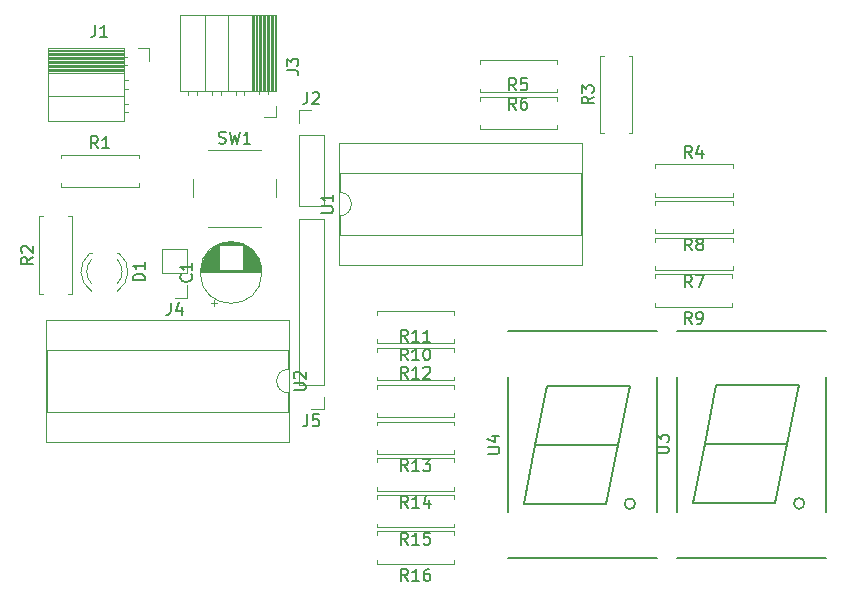
<source format=gbr>
G04 #@! TF.GenerationSoftware,KiCad,Pcbnew,(5.1.2)-1*
G04 #@! TF.CreationDate,2019-07-05T22:38:24-05:00*
G04 #@! TF.ProjectId,Proyecto,50726f79-6563-4746-9f2e-6b696361645f,rev?*
G04 #@! TF.SameCoordinates,Original*
G04 #@! TF.FileFunction,Legend,Top*
G04 #@! TF.FilePolarity,Positive*
%FSLAX46Y46*%
G04 Gerber Fmt 4.6, Leading zero omitted, Abs format (unit mm)*
G04 Created by KiCad (PCBNEW (5.1.2)-1) date 2019-07-05 22:38:24*
%MOMM*%
%LPD*%
G04 APERTURE LIST*
%ADD10C,0.120000*%
%ADD11C,0.150000*%
G04 APERTURE END LIST*
D10*
X127412300Y-65468500D02*
X127412300Y-66403500D01*
X127412300Y-66403500D02*
X126352300Y-66403500D01*
X127412300Y-57788500D02*
X119292300Y-57788500D01*
X119292300Y-57788500D02*
X119292300Y-64258500D01*
X127412300Y-64258500D02*
X119292300Y-64258500D01*
X127412300Y-57788500D02*
X127412300Y-64258500D01*
X121352300Y-57788500D02*
X121352300Y-64258500D01*
X123352300Y-57788500D02*
X123352300Y-64258500D01*
X125352300Y-57788500D02*
X125352300Y-64258500D01*
X119992300Y-64258500D02*
X119992300Y-64605583D01*
X120712300Y-64258500D02*
X120712300Y-64605583D01*
X121992300Y-64258500D02*
X121992300Y-64605583D01*
X122712300Y-64258500D02*
X122712300Y-64605583D01*
X123992300Y-64258500D02*
X123992300Y-64605583D01*
X124712300Y-64258500D02*
X124712300Y-64605583D01*
X125992300Y-64258500D02*
X125992300Y-64533500D01*
X126712300Y-64258500D02*
X126712300Y-64533500D01*
X125466412Y-57788500D02*
X125466412Y-64258500D01*
X125580530Y-57788500D02*
X125580530Y-64258500D01*
X125694648Y-57788500D02*
X125694648Y-64258500D01*
X125808766Y-57788500D02*
X125808766Y-64258500D01*
X125922884Y-57788500D02*
X125922884Y-64258500D01*
X126037002Y-57788500D02*
X126037002Y-64258500D01*
X126151120Y-57788500D02*
X126151120Y-64258500D01*
X126265238Y-57788500D02*
X126265238Y-64258500D01*
X126379356Y-57788500D02*
X126379356Y-64258500D01*
X126493474Y-57788500D02*
X126493474Y-64258500D01*
X126607592Y-57788500D02*
X126607592Y-64258500D01*
X126721710Y-57788500D02*
X126721710Y-64258500D01*
X126835828Y-57788500D02*
X126835828Y-64258500D01*
X126949946Y-57788500D02*
X126949946Y-64258500D01*
X127064064Y-57788500D02*
X127064064Y-64258500D01*
X127178182Y-57788500D02*
X127178182Y-64258500D01*
X127292300Y-57788500D02*
X127292300Y-64258500D01*
D11*
X157812414Y-99183200D02*
G75*
G03X157812414Y-99183200I-447214J0D01*
G01*
X147065200Y-84583200D02*
X159665200Y-84583200D01*
X159665200Y-88483200D02*
X159665200Y-99883200D01*
X147065200Y-88483200D02*
X147065200Y-99883200D01*
X159665200Y-103783200D02*
X147065200Y-103783200D01*
X150365200Y-89183200D02*
X157365200Y-89183200D01*
X156365200Y-94183200D02*
X149365200Y-94183200D01*
X157365200Y-89183200D02*
X156365200Y-94183200D01*
X155365200Y-99183200D02*
X156365200Y-94183200D01*
X148365200Y-99183200D02*
X155365200Y-99183200D01*
X149365200Y-94183200D02*
X148365200Y-99183200D01*
X150365200Y-89183200D02*
X149365200Y-94183200D01*
X164690800Y-89157800D02*
X163690800Y-94157800D01*
X163690800Y-94157800D02*
X162690800Y-99157800D01*
X162690800Y-99157800D02*
X169690800Y-99157800D01*
X169690800Y-99157800D02*
X170690800Y-94157800D01*
X171690800Y-89157800D02*
X170690800Y-94157800D01*
X170690800Y-94157800D02*
X163690800Y-94157800D01*
X164690800Y-89157800D02*
X171690800Y-89157800D01*
X173990800Y-103757800D02*
X161390800Y-103757800D01*
X161390800Y-88457800D02*
X161390800Y-99857800D01*
X173990800Y-88457800D02*
X173990800Y-99857800D01*
X161390800Y-84557800D02*
X173990800Y-84557800D01*
X172138014Y-99157800D02*
G75*
G03X172138014Y-99157800I-447214J0D01*
G01*
D10*
X128457000Y-89798400D02*
G75*
G02X128457000Y-87798400I0J1000000D01*
G01*
X128457000Y-87798400D02*
X128457000Y-86148400D01*
X128457000Y-86148400D02*
X108017000Y-86148400D01*
X108017000Y-86148400D02*
X108017000Y-91448400D01*
X108017000Y-91448400D02*
X128457000Y-91448400D01*
X128457000Y-91448400D02*
X128457000Y-89798400D01*
X128517000Y-83658400D02*
X107957000Y-83658400D01*
X107957000Y-83658400D02*
X107957000Y-93938400D01*
X107957000Y-93938400D02*
X128517000Y-93938400D01*
X128517000Y-93938400D02*
X128517000Y-83658400D01*
X142487400Y-100862000D02*
X142487400Y-101192000D01*
X142487400Y-101192000D02*
X135947400Y-101192000D01*
X135947400Y-101192000D02*
X135947400Y-100862000D01*
X142487400Y-98782000D02*
X142487400Y-98452000D01*
X142487400Y-98452000D02*
X135947400Y-98452000D01*
X135947400Y-98452000D02*
X135947400Y-98782000D01*
X132782000Y-72812400D02*
G75*
G02X132782000Y-74812400I0J-1000000D01*
G01*
X132782000Y-74812400D02*
X132782000Y-76462400D01*
X132782000Y-76462400D02*
X153222000Y-76462400D01*
X153222000Y-76462400D02*
X153222000Y-71162400D01*
X153222000Y-71162400D02*
X132782000Y-71162400D01*
X132782000Y-71162400D02*
X132782000Y-72812400D01*
X132722000Y-78952400D02*
X153282000Y-78952400D01*
X153282000Y-78952400D02*
X153282000Y-68672400D01*
X153282000Y-68672400D02*
X132722000Y-68672400D01*
X132722000Y-68672400D02*
X132722000Y-78952400D01*
X121652400Y-75731000D02*
X126152400Y-75731000D01*
X120402400Y-71731000D02*
X120402400Y-73231000D01*
X126152400Y-69231000D02*
X121652400Y-69231000D01*
X127402400Y-73231000D02*
X127402400Y-71731000D01*
X142487400Y-103935400D02*
X142487400Y-104265400D01*
X142487400Y-104265400D02*
X135947400Y-104265400D01*
X135947400Y-104265400D02*
X135947400Y-103935400D01*
X142487400Y-101855400D02*
X142487400Y-101525400D01*
X142487400Y-101525400D02*
X135947400Y-101525400D01*
X135947400Y-101525400D02*
X135947400Y-101855400D01*
X142487400Y-97737800D02*
X142487400Y-98067800D01*
X142487400Y-98067800D02*
X135947400Y-98067800D01*
X135947400Y-98067800D02*
X135947400Y-97737800D01*
X142487400Y-95657800D02*
X142487400Y-95327800D01*
X142487400Y-95327800D02*
X135947400Y-95327800D01*
X135947400Y-95327800D02*
X135947400Y-95657800D01*
X142487400Y-94639000D02*
X142487400Y-94969000D01*
X142487400Y-94969000D02*
X135947400Y-94969000D01*
X135947400Y-94969000D02*
X135947400Y-94639000D01*
X142487400Y-92559000D02*
X142487400Y-92229000D01*
X142487400Y-92229000D02*
X135947400Y-92229000D01*
X135947400Y-92229000D02*
X135947400Y-92559000D01*
X135922000Y-89460200D02*
X135922000Y-89130200D01*
X135922000Y-89130200D02*
X142462000Y-89130200D01*
X142462000Y-89130200D02*
X142462000Y-89460200D01*
X135922000Y-91540200D02*
X135922000Y-91870200D01*
X135922000Y-91870200D02*
X142462000Y-91870200D01*
X142462000Y-91870200D02*
X142462000Y-91540200D01*
X135922000Y-86336000D02*
X135922000Y-86006000D01*
X135922000Y-86006000D02*
X142462000Y-86006000D01*
X142462000Y-86006000D02*
X142462000Y-86336000D01*
X135922000Y-88416000D02*
X135922000Y-88746000D01*
X135922000Y-88746000D02*
X142462000Y-88746000D01*
X142462000Y-88746000D02*
X142462000Y-88416000D01*
X142462000Y-85266400D02*
X142462000Y-85596400D01*
X142462000Y-85596400D02*
X135922000Y-85596400D01*
X135922000Y-85596400D02*
X135922000Y-85266400D01*
X142462000Y-83186400D02*
X142462000Y-82856400D01*
X142462000Y-82856400D02*
X135922000Y-82856400D01*
X135922000Y-82856400D02*
X135922000Y-83186400D01*
X166033200Y-82167600D02*
X166033200Y-82497600D01*
X166033200Y-82497600D02*
X159493200Y-82497600D01*
X159493200Y-82497600D02*
X159493200Y-82167600D01*
X166033200Y-80087600D02*
X166033200Y-79757600D01*
X166033200Y-79757600D02*
X159493200Y-79757600D01*
X159493200Y-79757600D02*
X159493200Y-80087600D01*
X166058600Y-75944600D02*
X166058600Y-76274600D01*
X166058600Y-76274600D02*
X159518600Y-76274600D01*
X159518600Y-76274600D02*
X159518600Y-75944600D01*
X166058600Y-73864600D02*
X166058600Y-73534600D01*
X166058600Y-73534600D02*
X159518600Y-73534600D01*
X159518600Y-73534600D02*
X159518600Y-73864600D01*
X166058600Y-79068800D02*
X166058600Y-79398800D01*
X166058600Y-79398800D02*
X159518600Y-79398800D01*
X159518600Y-79398800D02*
X159518600Y-79068800D01*
X166058600Y-76988800D02*
X166058600Y-76658800D01*
X166058600Y-76658800D02*
X159518600Y-76658800D01*
X159518600Y-76658800D02*
X159518600Y-76988800D01*
X151174200Y-64032000D02*
X151174200Y-64362000D01*
X151174200Y-64362000D02*
X144634200Y-64362000D01*
X144634200Y-64362000D02*
X144634200Y-64032000D01*
X151174200Y-61952000D02*
X151174200Y-61622000D01*
X151174200Y-61622000D02*
X144634200Y-61622000D01*
X144634200Y-61622000D02*
X144634200Y-61952000D01*
X144634200Y-65050800D02*
X144634200Y-64720800D01*
X144634200Y-64720800D02*
X151174200Y-64720800D01*
X151174200Y-64720800D02*
X151174200Y-65050800D01*
X144634200Y-67130800D02*
X144634200Y-67460800D01*
X144634200Y-67460800D02*
X151174200Y-67460800D01*
X151174200Y-67460800D02*
X151174200Y-67130800D01*
X159518600Y-70765800D02*
X159518600Y-70435800D01*
X159518600Y-70435800D02*
X166058600Y-70435800D01*
X166058600Y-70435800D02*
X166058600Y-70765800D01*
X159518600Y-72845800D02*
X159518600Y-73175800D01*
X159518600Y-73175800D02*
X166058600Y-73175800D01*
X166058600Y-73175800D02*
X166058600Y-72845800D01*
X155170000Y-67811400D02*
X154840000Y-67811400D01*
X154840000Y-67811400D02*
X154840000Y-61271400D01*
X154840000Y-61271400D02*
X155170000Y-61271400D01*
X157250000Y-67811400D02*
X157580000Y-67811400D01*
X157580000Y-67811400D02*
X157580000Y-61271400D01*
X157580000Y-61271400D02*
X157250000Y-61271400D01*
X107697400Y-81400400D02*
X107367400Y-81400400D01*
X107367400Y-81400400D02*
X107367400Y-74860400D01*
X107367400Y-74860400D02*
X107697400Y-74860400D01*
X109777400Y-81400400D02*
X110107400Y-81400400D01*
X110107400Y-81400400D02*
X110107400Y-74860400D01*
X110107400Y-74860400D02*
X109777400Y-74860400D01*
X109226600Y-69953000D02*
X109226600Y-69623000D01*
X109226600Y-69623000D02*
X115766600Y-69623000D01*
X115766600Y-69623000D02*
X115766600Y-69953000D01*
X109226600Y-72033000D02*
X109226600Y-72363000D01*
X109226600Y-72363000D02*
X115766600Y-72363000D01*
X115766600Y-72363000D02*
X115766600Y-72033000D01*
X131463600Y-75051600D02*
X129343600Y-75051600D01*
X131463600Y-89111600D02*
X131463600Y-75051600D01*
X129343600Y-89111600D02*
X129343600Y-75051600D01*
X131463600Y-89111600D02*
X129343600Y-89111600D01*
X131463600Y-90111600D02*
X131463600Y-91171600D01*
X131463600Y-91171600D02*
X130403600Y-91171600D01*
X119906600Y-77603800D02*
X117786600Y-77603800D01*
X119906600Y-79663800D02*
X119906600Y-77603800D01*
X117786600Y-79663800D02*
X117786600Y-77603800D01*
X119906600Y-79663800D02*
X117786600Y-79663800D01*
X119906600Y-80663800D02*
X119906600Y-81723800D01*
X119906600Y-81723800D02*
X118846600Y-81723800D01*
X129343600Y-73989000D02*
X131463600Y-73989000D01*
X129343600Y-67929000D02*
X129343600Y-73989000D01*
X131463600Y-67929000D02*
X131463600Y-73989000D01*
X129343600Y-67929000D02*
X131463600Y-67929000D01*
X129343600Y-66929000D02*
X129343600Y-65869000D01*
X129343600Y-65869000D02*
X130403600Y-65869000D01*
X108067800Y-60756600D02*
X114537800Y-60756600D01*
X108067800Y-60870718D02*
X114537800Y-60870718D01*
X108067800Y-60984836D02*
X114537800Y-60984836D01*
X108067800Y-61098954D02*
X114537800Y-61098954D01*
X108067800Y-61213072D02*
X114537800Y-61213072D01*
X108067800Y-61327190D02*
X114537800Y-61327190D01*
X108067800Y-61441308D02*
X114537800Y-61441308D01*
X108067800Y-61555426D02*
X114537800Y-61555426D01*
X108067800Y-61669544D02*
X114537800Y-61669544D01*
X108067800Y-61783662D02*
X114537800Y-61783662D01*
X108067800Y-61897780D02*
X114537800Y-61897780D01*
X108067800Y-62011898D02*
X114537800Y-62011898D01*
X108067800Y-62126016D02*
X114537800Y-62126016D01*
X108067800Y-62240134D02*
X114537800Y-62240134D01*
X108067800Y-62354252D02*
X114537800Y-62354252D01*
X108067800Y-62468370D02*
X114537800Y-62468370D01*
X108067800Y-62582488D02*
X114537800Y-62582488D01*
X114537800Y-61336600D02*
X114812800Y-61336600D01*
X114537800Y-62056600D02*
X114812800Y-62056600D01*
X114537800Y-63336600D02*
X114884883Y-63336600D01*
X114537800Y-64056600D02*
X114884883Y-64056600D01*
X114537800Y-65336600D02*
X114884883Y-65336600D01*
X114537800Y-66056600D02*
X114884883Y-66056600D01*
X108067800Y-62696600D02*
X114537800Y-62696600D01*
X108067800Y-64696600D02*
X114537800Y-64696600D01*
X108067800Y-60636600D02*
X114537800Y-60636600D01*
X114537800Y-60636600D02*
X114537800Y-66756600D01*
X108067800Y-66756600D02*
X114537800Y-66756600D01*
X108067800Y-60636600D02*
X108067800Y-66756600D01*
X116682800Y-60636600D02*
X116682800Y-61696600D01*
X115747800Y-60636600D02*
X116682800Y-60636600D01*
X113956208Y-81199735D02*
G75*
G03X114113116Y-77967400I-1078608J1672335D01*
G01*
X111798992Y-81199735D02*
G75*
G02X111642084Y-77967400I1078608J1672335D01*
G01*
X113957437Y-80568530D02*
G75*
G03X113957600Y-78486439I-1079837J1041130D01*
G01*
X111797763Y-80568530D02*
G75*
G02X111797600Y-78486439I1079837J1041130D01*
G01*
X114113600Y-77967400D02*
X113957600Y-77967400D01*
X111797600Y-77967400D02*
X111641600Y-77967400D01*
X126216400Y-79598200D02*
G75*
G03X126216400Y-79598200I-2620000J0D01*
G01*
X121016400Y-79598200D02*
X126176400Y-79598200D01*
X121016400Y-79558200D02*
X126176400Y-79558200D01*
X121017400Y-79518200D02*
X126175400Y-79518200D01*
X121018400Y-79478200D02*
X126174400Y-79478200D01*
X121020400Y-79438200D02*
X126172400Y-79438200D01*
X121023400Y-79398200D02*
X126169400Y-79398200D01*
X121027400Y-79358200D02*
X122556400Y-79358200D01*
X124636400Y-79358200D02*
X126165400Y-79358200D01*
X121031400Y-79318200D02*
X122556400Y-79318200D01*
X124636400Y-79318200D02*
X126161400Y-79318200D01*
X121035400Y-79278200D02*
X122556400Y-79278200D01*
X124636400Y-79278200D02*
X126157400Y-79278200D01*
X121040400Y-79238200D02*
X122556400Y-79238200D01*
X124636400Y-79238200D02*
X126152400Y-79238200D01*
X121046400Y-79198200D02*
X122556400Y-79198200D01*
X124636400Y-79198200D02*
X126146400Y-79198200D01*
X121053400Y-79158200D02*
X122556400Y-79158200D01*
X124636400Y-79158200D02*
X126139400Y-79158200D01*
X121060400Y-79118200D02*
X122556400Y-79118200D01*
X124636400Y-79118200D02*
X126132400Y-79118200D01*
X121068400Y-79078200D02*
X122556400Y-79078200D01*
X124636400Y-79078200D02*
X126124400Y-79078200D01*
X121076400Y-79038200D02*
X122556400Y-79038200D01*
X124636400Y-79038200D02*
X126116400Y-79038200D01*
X121085400Y-78998200D02*
X122556400Y-78998200D01*
X124636400Y-78998200D02*
X126107400Y-78998200D01*
X121095400Y-78958200D02*
X122556400Y-78958200D01*
X124636400Y-78958200D02*
X126097400Y-78958200D01*
X121105400Y-78918200D02*
X122556400Y-78918200D01*
X124636400Y-78918200D02*
X126087400Y-78918200D01*
X121116400Y-78877200D02*
X122556400Y-78877200D01*
X124636400Y-78877200D02*
X126076400Y-78877200D01*
X121128400Y-78837200D02*
X122556400Y-78837200D01*
X124636400Y-78837200D02*
X126064400Y-78837200D01*
X121141400Y-78797200D02*
X122556400Y-78797200D01*
X124636400Y-78797200D02*
X126051400Y-78797200D01*
X121154400Y-78757200D02*
X122556400Y-78757200D01*
X124636400Y-78757200D02*
X126038400Y-78757200D01*
X121168400Y-78717200D02*
X122556400Y-78717200D01*
X124636400Y-78717200D02*
X126024400Y-78717200D01*
X121182400Y-78677200D02*
X122556400Y-78677200D01*
X124636400Y-78677200D02*
X126010400Y-78677200D01*
X121198400Y-78637200D02*
X122556400Y-78637200D01*
X124636400Y-78637200D02*
X125994400Y-78637200D01*
X121214400Y-78597200D02*
X122556400Y-78597200D01*
X124636400Y-78597200D02*
X125978400Y-78597200D01*
X121231400Y-78557200D02*
X122556400Y-78557200D01*
X124636400Y-78557200D02*
X125961400Y-78557200D01*
X121248400Y-78517200D02*
X122556400Y-78517200D01*
X124636400Y-78517200D02*
X125944400Y-78517200D01*
X121267400Y-78477200D02*
X122556400Y-78477200D01*
X124636400Y-78477200D02*
X125925400Y-78477200D01*
X121286400Y-78437200D02*
X122556400Y-78437200D01*
X124636400Y-78437200D02*
X125906400Y-78437200D01*
X121306400Y-78397200D02*
X122556400Y-78397200D01*
X124636400Y-78397200D02*
X125886400Y-78397200D01*
X121328400Y-78357200D02*
X122556400Y-78357200D01*
X124636400Y-78357200D02*
X125864400Y-78357200D01*
X121349400Y-78317200D02*
X122556400Y-78317200D01*
X124636400Y-78317200D02*
X125843400Y-78317200D01*
X121372400Y-78277200D02*
X122556400Y-78277200D01*
X124636400Y-78277200D02*
X125820400Y-78277200D01*
X121396400Y-78237200D02*
X122556400Y-78237200D01*
X124636400Y-78237200D02*
X125796400Y-78237200D01*
X121421400Y-78197200D02*
X122556400Y-78197200D01*
X124636400Y-78197200D02*
X125771400Y-78197200D01*
X121447400Y-78157200D02*
X122556400Y-78157200D01*
X124636400Y-78157200D02*
X125745400Y-78157200D01*
X121474400Y-78117200D02*
X122556400Y-78117200D01*
X124636400Y-78117200D02*
X125718400Y-78117200D01*
X121501400Y-78077200D02*
X122556400Y-78077200D01*
X124636400Y-78077200D02*
X125691400Y-78077200D01*
X121531400Y-78037200D02*
X122556400Y-78037200D01*
X124636400Y-78037200D02*
X125661400Y-78037200D01*
X121561400Y-77997200D02*
X122556400Y-77997200D01*
X124636400Y-77997200D02*
X125631400Y-77997200D01*
X121592400Y-77957200D02*
X122556400Y-77957200D01*
X124636400Y-77957200D02*
X125600400Y-77957200D01*
X121625400Y-77917200D02*
X122556400Y-77917200D01*
X124636400Y-77917200D02*
X125567400Y-77917200D01*
X121659400Y-77877200D02*
X122556400Y-77877200D01*
X124636400Y-77877200D02*
X125533400Y-77877200D01*
X121695400Y-77837200D02*
X122556400Y-77837200D01*
X124636400Y-77837200D02*
X125497400Y-77837200D01*
X121732400Y-77797200D02*
X122556400Y-77797200D01*
X124636400Y-77797200D02*
X125460400Y-77797200D01*
X121770400Y-77757200D02*
X122556400Y-77757200D01*
X124636400Y-77757200D02*
X125422400Y-77757200D01*
X121811400Y-77717200D02*
X122556400Y-77717200D01*
X124636400Y-77717200D02*
X125381400Y-77717200D01*
X121853400Y-77677200D02*
X122556400Y-77677200D01*
X124636400Y-77677200D02*
X125339400Y-77677200D01*
X121897400Y-77637200D02*
X122556400Y-77637200D01*
X124636400Y-77637200D02*
X125295400Y-77637200D01*
X121943400Y-77597200D02*
X122556400Y-77597200D01*
X124636400Y-77597200D02*
X125249400Y-77597200D01*
X121991400Y-77557200D02*
X122556400Y-77557200D01*
X124636400Y-77557200D02*
X125201400Y-77557200D01*
X122042400Y-77517200D02*
X122556400Y-77517200D01*
X124636400Y-77517200D02*
X125150400Y-77517200D01*
X122096400Y-77477200D02*
X122556400Y-77477200D01*
X124636400Y-77477200D02*
X125096400Y-77477200D01*
X122153400Y-77437200D02*
X122556400Y-77437200D01*
X124636400Y-77437200D02*
X125039400Y-77437200D01*
X122213400Y-77397200D02*
X122556400Y-77397200D01*
X124636400Y-77397200D02*
X124979400Y-77397200D01*
X122277400Y-77357200D02*
X122556400Y-77357200D01*
X124636400Y-77357200D02*
X124915400Y-77357200D01*
X122345400Y-77317200D02*
X122556400Y-77317200D01*
X124636400Y-77317200D02*
X124847400Y-77317200D01*
X122418400Y-77277200D02*
X124774400Y-77277200D01*
X122498400Y-77237200D02*
X124694400Y-77237200D01*
X122585400Y-77197200D02*
X124607400Y-77197200D01*
X122681400Y-77157200D02*
X124511400Y-77157200D01*
X122791400Y-77117200D02*
X124401400Y-77117200D01*
X122919400Y-77077200D02*
X124273400Y-77077200D01*
X123078400Y-77037200D02*
X124114400Y-77037200D01*
X123312400Y-76997200D02*
X123880400Y-76997200D01*
X122121400Y-82402975D02*
X122121400Y-81902975D01*
X121871400Y-82152975D02*
X122371400Y-82152975D01*
D11*
X128304680Y-62491833D02*
X129018966Y-62491833D01*
X129161823Y-62539452D01*
X129257061Y-62634690D01*
X129304680Y-62777547D01*
X129304680Y-62872785D01*
X128304680Y-62110880D02*
X128304680Y-61491833D01*
X128685633Y-61825166D01*
X128685633Y-61682309D01*
X128733252Y-61587071D01*
X128780871Y-61539452D01*
X128876109Y-61491833D01*
X129114204Y-61491833D01*
X129209442Y-61539452D01*
X129257061Y-61587071D01*
X129304680Y-61682309D01*
X129304680Y-61968023D01*
X129257061Y-62063261D01*
X129209442Y-62110880D01*
X145317580Y-94945104D02*
X146127104Y-94945104D01*
X146222342Y-94897485D01*
X146269961Y-94849866D01*
X146317580Y-94754628D01*
X146317580Y-94564152D01*
X146269961Y-94468914D01*
X146222342Y-94421295D01*
X146127104Y-94373676D01*
X145317580Y-94373676D01*
X145650914Y-93468914D02*
X146317580Y-93468914D01*
X145269961Y-93707009D02*
X145984247Y-93945104D01*
X145984247Y-93326057D01*
X159643180Y-94919704D02*
X160452704Y-94919704D01*
X160547942Y-94872085D01*
X160595561Y-94824466D01*
X160643180Y-94729228D01*
X160643180Y-94538752D01*
X160595561Y-94443514D01*
X160547942Y-94395895D01*
X160452704Y-94348276D01*
X159643180Y-94348276D01*
X159643180Y-93967323D02*
X159643180Y-93348276D01*
X160024133Y-93681609D01*
X160024133Y-93538752D01*
X160071752Y-93443514D01*
X160119371Y-93395895D01*
X160214609Y-93348276D01*
X160452704Y-93348276D01*
X160547942Y-93395895D01*
X160595561Y-93443514D01*
X160643180Y-93538752D01*
X160643180Y-93824466D01*
X160595561Y-93919704D01*
X160547942Y-93967323D01*
X128909380Y-89560304D02*
X129718904Y-89560304D01*
X129814142Y-89512685D01*
X129861761Y-89465066D01*
X129909380Y-89369828D01*
X129909380Y-89179352D01*
X129861761Y-89084114D01*
X129814142Y-89036495D01*
X129718904Y-88988876D01*
X128909380Y-88988876D01*
X129004619Y-88560304D02*
X128957000Y-88512685D01*
X128909380Y-88417447D01*
X128909380Y-88179352D01*
X128957000Y-88084114D01*
X129004619Y-88036495D01*
X129099857Y-87988876D01*
X129195095Y-87988876D01*
X129337952Y-88036495D01*
X129909380Y-88607923D01*
X129909380Y-87988876D01*
X138574542Y-102644380D02*
X138241209Y-102168190D01*
X138003114Y-102644380D02*
X138003114Y-101644380D01*
X138384066Y-101644380D01*
X138479304Y-101692000D01*
X138526923Y-101739619D01*
X138574542Y-101834857D01*
X138574542Y-101977714D01*
X138526923Y-102072952D01*
X138479304Y-102120571D01*
X138384066Y-102168190D01*
X138003114Y-102168190D01*
X139526923Y-102644380D02*
X138955495Y-102644380D01*
X139241209Y-102644380D02*
X139241209Y-101644380D01*
X139145971Y-101787238D01*
X139050733Y-101882476D01*
X138955495Y-101930095D01*
X140431685Y-101644380D02*
X139955495Y-101644380D01*
X139907876Y-102120571D01*
X139955495Y-102072952D01*
X140050733Y-102025333D01*
X140288828Y-102025333D01*
X140384066Y-102072952D01*
X140431685Y-102120571D01*
X140479304Y-102215809D01*
X140479304Y-102453904D01*
X140431685Y-102549142D01*
X140384066Y-102596761D01*
X140288828Y-102644380D01*
X140050733Y-102644380D01*
X139955495Y-102596761D01*
X139907876Y-102549142D01*
X131234380Y-74574304D02*
X132043904Y-74574304D01*
X132139142Y-74526685D01*
X132186761Y-74479066D01*
X132234380Y-74383828D01*
X132234380Y-74193352D01*
X132186761Y-74098114D01*
X132139142Y-74050495D01*
X132043904Y-74002876D01*
X131234380Y-74002876D01*
X132234380Y-73002876D02*
X132234380Y-73574304D01*
X132234380Y-73288590D02*
X131234380Y-73288590D01*
X131377238Y-73383828D01*
X131472476Y-73479066D01*
X131520095Y-73574304D01*
X122569066Y-68635761D02*
X122711923Y-68683380D01*
X122950019Y-68683380D01*
X123045257Y-68635761D01*
X123092876Y-68588142D01*
X123140495Y-68492904D01*
X123140495Y-68397666D01*
X123092876Y-68302428D01*
X123045257Y-68254809D01*
X122950019Y-68207190D01*
X122759542Y-68159571D01*
X122664304Y-68111952D01*
X122616685Y-68064333D01*
X122569066Y-67969095D01*
X122569066Y-67873857D01*
X122616685Y-67778619D01*
X122664304Y-67731000D01*
X122759542Y-67683380D01*
X122997638Y-67683380D01*
X123140495Y-67731000D01*
X123473828Y-67683380D02*
X123711923Y-68683380D01*
X123902400Y-67969095D01*
X124092876Y-68683380D01*
X124330971Y-67683380D01*
X125235733Y-68683380D02*
X124664304Y-68683380D01*
X124950019Y-68683380D02*
X124950019Y-67683380D01*
X124854780Y-67826238D01*
X124759542Y-67921476D01*
X124664304Y-67969095D01*
X138574542Y-105717780D02*
X138241209Y-105241590D01*
X138003114Y-105717780D02*
X138003114Y-104717780D01*
X138384066Y-104717780D01*
X138479304Y-104765400D01*
X138526923Y-104813019D01*
X138574542Y-104908257D01*
X138574542Y-105051114D01*
X138526923Y-105146352D01*
X138479304Y-105193971D01*
X138384066Y-105241590D01*
X138003114Y-105241590D01*
X139526923Y-105717780D02*
X138955495Y-105717780D01*
X139241209Y-105717780D02*
X139241209Y-104717780D01*
X139145971Y-104860638D01*
X139050733Y-104955876D01*
X138955495Y-105003495D01*
X140384066Y-104717780D02*
X140193590Y-104717780D01*
X140098352Y-104765400D01*
X140050733Y-104813019D01*
X139955495Y-104955876D01*
X139907876Y-105146352D01*
X139907876Y-105527304D01*
X139955495Y-105622542D01*
X140003114Y-105670161D01*
X140098352Y-105717780D01*
X140288828Y-105717780D01*
X140384066Y-105670161D01*
X140431685Y-105622542D01*
X140479304Y-105527304D01*
X140479304Y-105289209D01*
X140431685Y-105193971D01*
X140384066Y-105146352D01*
X140288828Y-105098733D01*
X140098352Y-105098733D01*
X140003114Y-105146352D01*
X139955495Y-105193971D01*
X139907876Y-105289209D01*
X138574542Y-99520180D02*
X138241209Y-99043990D01*
X138003114Y-99520180D02*
X138003114Y-98520180D01*
X138384066Y-98520180D01*
X138479304Y-98567800D01*
X138526923Y-98615419D01*
X138574542Y-98710657D01*
X138574542Y-98853514D01*
X138526923Y-98948752D01*
X138479304Y-98996371D01*
X138384066Y-99043990D01*
X138003114Y-99043990D01*
X139526923Y-99520180D02*
X138955495Y-99520180D01*
X139241209Y-99520180D02*
X139241209Y-98520180D01*
X139145971Y-98663038D01*
X139050733Y-98758276D01*
X138955495Y-98805895D01*
X140384066Y-98853514D02*
X140384066Y-99520180D01*
X140145971Y-98472561D02*
X139907876Y-99186847D01*
X140526923Y-99186847D01*
X138574542Y-96421380D02*
X138241209Y-95945190D01*
X138003114Y-96421380D02*
X138003114Y-95421380D01*
X138384066Y-95421380D01*
X138479304Y-95469000D01*
X138526923Y-95516619D01*
X138574542Y-95611857D01*
X138574542Y-95754714D01*
X138526923Y-95849952D01*
X138479304Y-95897571D01*
X138384066Y-95945190D01*
X138003114Y-95945190D01*
X139526923Y-96421380D02*
X138955495Y-96421380D01*
X139241209Y-96421380D02*
X139241209Y-95421380D01*
X139145971Y-95564238D01*
X139050733Y-95659476D01*
X138955495Y-95707095D01*
X139860257Y-95421380D02*
X140479304Y-95421380D01*
X140145971Y-95802333D01*
X140288828Y-95802333D01*
X140384066Y-95849952D01*
X140431685Y-95897571D01*
X140479304Y-95992809D01*
X140479304Y-96230904D01*
X140431685Y-96326142D01*
X140384066Y-96373761D01*
X140288828Y-96421380D01*
X140003114Y-96421380D01*
X139907876Y-96373761D01*
X139860257Y-96326142D01*
X138549142Y-88582580D02*
X138215809Y-88106390D01*
X137977714Y-88582580D02*
X137977714Y-87582580D01*
X138358666Y-87582580D01*
X138453904Y-87630200D01*
X138501523Y-87677819D01*
X138549142Y-87773057D01*
X138549142Y-87915914D01*
X138501523Y-88011152D01*
X138453904Y-88058771D01*
X138358666Y-88106390D01*
X137977714Y-88106390D01*
X139501523Y-88582580D02*
X138930095Y-88582580D01*
X139215809Y-88582580D02*
X139215809Y-87582580D01*
X139120571Y-87725438D01*
X139025333Y-87820676D01*
X138930095Y-87868295D01*
X139882476Y-87677819D02*
X139930095Y-87630200D01*
X140025333Y-87582580D01*
X140263428Y-87582580D01*
X140358666Y-87630200D01*
X140406285Y-87677819D01*
X140453904Y-87773057D01*
X140453904Y-87868295D01*
X140406285Y-88011152D01*
X139834857Y-88582580D01*
X140453904Y-88582580D01*
X138549142Y-85458380D02*
X138215809Y-84982190D01*
X137977714Y-85458380D02*
X137977714Y-84458380D01*
X138358666Y-84458380D01*
X138453904Y-84506000D01*
X138501523Y-84553619D01*
X138549142Y-84648857D01*
X138549142Y-84791714D01*
X138501523Y-84886952D01*
X138453904Y-84934571D01*
X138358666Y-84982190D01*
X137977714Y-84982190D01*
X139501523Y-85458380D02*
X138930095Y-85458380D01*
X139215809Y-85458380D02*
X139215809Y-84458380D01*
X139120571Y-84601238D01*
X139025333Y-84696476D01*
X138930095Y-84744095D01*
X140453904Y-85458380D02*
X139882476Y-85458380D01*
X140168190Y-85458380D02*
X140168190Y-84458380D01*
X140072952Y-84601238D01*
X139977714Y-84696476D01*
X139882476Y-84744095D01*
X138549142Y-87048780D02*
X138215809Y-86572590D01*
X137977714Y-87048780D02*
X137977714Y-86048780D01*
X138358666Y-86048780D01*
X138453904Y-86096400D01*
X138501523Y-86144019D01*
X138549142Y-86239257D01*
X138549142Y-86382114D01*
X138501523Y-86477352D01*
X138453904Y-86524971D01*
X138358666Y-86572590D01*
X137977714Y-86572590D01*
X139501523Y-87048780D02*
X138930095Y-87048780D01*
X139215809Y-87048780D02*
X139215809Y-86048780D01*
X139120571Y-86191638D01*
X139025333Y-86286876D01*
X138930095Y-86334495D01*
X140120571Y-86048780D02*
X140215809Y-86048780D01*
X140311047Y-86096400D01*
X140358666Y-86144019D01*
X140406285Y-86239257D01*
X140453904Y-86429733D01*
X140453904Y-86667828D01*
X140406285Y-86858304D01*
X140358666Y-86953542D01*
X140311047Y-87001161D01*
X140215809Y-87048780D01*
X140120571Y-87048780D01*
X140025333Y-87001161D01*
X139977714Y-86953542D01*
X139930095Y-86858304D01*
X139882476Y-86667828D01*
X139882476Y-86429733D01*
X139930095Y-86239257D01*
X139977714Y-86144019D01*
X140025333Y-86096400D01*
X140120571Y-86048780D01*
X162596533Y-83949980D02*
X162263200Y-83473790D01*
X162025104Y-83949980D02*
X162025104Y-82949980D01*
X162406057Y-82949980D01*
X162501295Y-82997600D01*
X162548914Y-83045219D01*
X162596533Y-83140457D01*
X162596533Y-83283314D01*
X162548914Y-83378552D01*
X162501295Y-83426171D01*
X162406057Y-83473790D01*
X162025104Y-83473790D01*
X163072723Y-83949980D02*
X163263200Y-83949980D01*
X163358438Y-83902361D01*
X163406057Y-83854742D01*
X163501295Y-83711885D01*
X163548914Y-83521409D01*
X163548914Y-83140457D01*
X163501295Y-83045219D01*
X163453676Y-82997600D01*
X163358438Y-82949980D01*
X163167961Y-82949980D01*
X163072723Y-82997600D01*
X163025104Y-83045219D01*
X162977485Y-83140457D01*
X162977485Y-83378552D01*
X163025104Y-83473790D01*
X163072723Y-83521409D01*
X163167961Y-83569028D01*
X163358438Y-83569028D01*
X163453676Y-83521409D01*
X163501295Y-83473790D01*
X163548914Y-83378552D01*
X162621933Y-77726980D02*
X162288600Y-77250790D01*
X162050504Y-77726980D02*
X162050504Y-76726980D01*
X162431457Y-76726980D01*
X162526695Y-76774600D01*
X162574314Y-76822219D01*
X162621933Y-76917457D01*
X162621933Y-77060314D01*
X162574314Y-77155552D01*
X162526695Y-77203171D01*
X162431457Y-77250790D01*
X162050504Y-77250790D01*
X163193361Y-77155552D02*
X163098123Y-77107933D01*
X163050504Y-77060314D01*
X163002885Y-76965076D01*
X163002885Y-76917457D01*
X163050504Y-76822219D01*
X163098123Y-76774600D01*
X163193361Y-76726980D01*
X163383838Y-76726980D01*
X163479076Y-76774600D01*
X163526695Y-76822219D01*
X163574314Y-76917457D01*
X163574314Y-76965076D01*
X163526695Y-77060314D01*
X163479076Y-77107933D01*
X163383838Y-77155552D01*
X163193361Y-77155552D01*
X163098123Y-77203171D01*
X163050504Y-77250790D01*
X163002885Y-77346028D01*
X163002885Y-77536504D01*
X163050504Y-77631742D01*
X163098123Y-77679361D01*
X163193361Y-77726980D01*
X163383838Y-77726980D01*
X163479076Y-77679361D01*
X163526695Y-77631742D01*
X163574314Y-77536504D01*
X163574314Y-77346028D01*
X163526695Y-77250790D01*
X163479076Y-77203171D01*
X163383838Y-77155552D01*
X162621933Y-80851180D02*
X162288600Y-80374990D01*
X162050504Y-80851180D02*
X162050504Y-79851180D01*
X162431457Y-79851180D01*
X162526695Y-79898800D01*
X162574314Y-79946419D01*
X162621933Y-80041657D01*
X162621933Y-80184514D01*
X162574314Y-80279752D01*
X162526695Y-80327371D01*
X162431457Y-80374990D01*
X162050504Y-80374990D01*
X162955266Y-79851180D02*
X163621933Y-79851180D01*
X163193361Y-80851180D01*
X147737533Y-65814380D02*
X147404200Y-65338190D01*
X147166104Y-65814380D02*
X147166104Y-64814380D01*
X147547057Y-64814380D01*
X147642295Y-64862000D01*
X147689914Y-64909619D01*
X147737533Y-65004857D01*
X147737533Y-65147714D01*
X147689914Y-65242952D01*
X147642295Y-65290571D01*
X147547057Y-65338190D01*
X147166104Y-65338190D01*
X148594676Y-64814380D02*
X148404200Y-64814380D01*
X148308961Y-64862000D01*
X148261342Y-64909619D01*
X148166104Y-65052476D01*
X148118485Y-65242952D01*
X148118485Y-65623904D01*
X148166104Y-65719142D01*
X148213723Y-65766761D01*
X148308961Y-65814380D01*
X148499438Y-65814380D01*
X148594676Y-65766761D01*
X148642295Y-65719142D01*
X148689914Y-65623904D01*
X148689914Y-65385809D01*
X148642295Y-65290571D01*
X148594676Y-65242952D01*
X148499438Y-65195333D01*
X148308961Y-65195333D01*
X148213723Y-65242952D01*
X148166104Y-65290571D01*
X148118485Y-65385809D01*
X147737533Y-64173180D02*
X147404200Y-63696990D01*
X147166104Y-64173180D02*
X147166104Y-63173180D01*
X147547057Y-63173180D01*
X147642295Y-63220800D01*
X147689914Y-63268419D01*
X147737533Y-63363657D01*
X147737533Y-63506514D01*
X147689914Y-63601752D01*
X147642295Y-63649371D01*
X147547057Y-63696990D01*
X147166104Y-63696990D01*
X148642295Y-63173180D02*
X148166104Y-63173180D01*
X148118485Y-63649371D01*
X148166104Y-63601752D01*
X148261342Y-63554133D01*
X148499438Y-63554133D01*
X148594676Y-63601752D01*
X148642295Y-63649371D01*
X148689914Y-63744609D01*
X148689914Y-63982704D01*
X148642295Y-64077942D01*
X148594676Y-64125561D01*
X148499438Y-64173180D01*
X148261342Y-64173180D01*
X148166104Y-64125561D01*
X148118485Y-64077942D01*
X162621933Y-69888180D02*
X162288600Y-69411990D01*
X162050504Y-69888180D02*
X162050504Y-68888180D01*
X162431457Y-68888180D01*
X162526695Y-68935800D01*
X162574314Y-68983419D01*
X162621933Y-69078657D01*
X162621933Y-69221514D01*
X162574314Y-69316752D01*
X162526695Y-69364371D01*
X162431457Y-69411990D01*
X162050504Y-69411990D01*
X163479076Y-69221514D02*
X163479076Y-69888180D01*
X163240980Y-68840561D02*
X163002885Y-69554847D01*
X163621933Y-69554847D01*
X154292380Y-64708066D02*
X153816190Y-65041400D01*
X154292380Y-65279495D02*
X153292380Y-65279495D01*
X153292380Y-64898542D01*
X153340000Y-64803304D01*
X153387619Y-64755685D01*
X153482857Y-64708066D01*
X153625714Y-64708066D01*
X153720952Y-64755685D01*
X153768571Y-64803304D01*
X153816190Y-64898542D01*
X153816190Y-65279495D01*
X153292380Y-64374733D02*
X153292380Y-63755685D01*
X153673333Y-64089019D01*
X153673333Y-63946161D01*
X153720952Y-63850923D01*
X153768571Y-63803304D01*
X153863809Y-63755685D01*
X154101904Y-63755685D01*
X154197142Y-63803304D01*
X154244761Y-63850923D01*
X154292380Y-63946161D01*
X154292380Y-64231876D01*
X154244761Y-64327114D01*
X154197142Y-64374733D01*
X106819780Y-78297066D02*
X106343590Y-78630400D01*
X106819780Y-78868495D02*
X105819780Y-78868495D01*
X105819780Y-78487542D01*
X105867400Y-78392304D01*
X105915019Y-78344685D01*
X106010257Y-78297066D01*
X106153114Y-78297066D01*
X106248352Y-78344685D01*
X106295971Y-78392304D01*
X106343590Y-78487542D01*
X106343590Y-78868495D01*
X105915019Y-77916114D02*
X105867400Y-77868495D01*
X105819780Y-77773257D01*
X105819780Y-77535161D01*
X105867400Y-77439923D01*
X105915019Y-77392304D01*
X106010257Y-77344685D01*
X106105495Y-77344685D01*
X106248352Y-77392304D01*
X106819780Y-77963733D01*
X106819780Y-77344685D01*
X112329933Y-69075380D02*
X111996600Y-68599190D01*
X111758504Y-69075380D02*
X111758504Y-68075380D01*
X112139457Y-68075380D01*
X112234695Y-68123000D01*
X112282314Y-68170619D01*
X112329933Y-68265857D01*
X112329933Y-68408714D01*
X112282314Y-68503952D01*
X112234695Y-68551571D01*
X112139457Y-68599190D01*
X111758504Y-68599190D01*
X113282314Y-69075380D02*
X112710885Y-69075380D01*
X112996600Y-69075380D02*
X112996600Y-68075380D01*
X112901361Y-68218238D01*
X112806123Y-68313476D01*
X112710885Y-68361095D01*
X130070266Y-91623980D02*
X130070266Y-92338266D01*
X130022647Y-92481123D01*
X129927409Y-92576361D01*
X129784552Y-92623980D01*
X129689314Y-92623980D01*
X131022647Y-91623980D02*
X130546457Y-91623980D01*
X130498838Y-92100171D01*
X130546457Y-92052552D01*
X130641695Y-92004933D01*
X130879790Y-92004933D01*
X130975028Y-92052552D01*
X131022647Y-92100171D01*
X131070266Y-92195409D01*
X131070266Y-92433504D01*
X131022647Y-92528742D01*
X130975028Y-92576361D01*
X130879790Y-92623980D01*
X130641695Y-92623980D01*
X130546457Y-92576361D01*
X130498838Y-92528742D01*
X118513266Y-82176180D02*
X118513266Y-82890466D01*
X118465647Y-83033323D01*
X118370409Y-83128561D01*
X118227552Y-83176180D01*
X118132314Y-83176180D01*
X119418028Y-82509514D02*
X119418028Y-83176180D01*
X119179933Y-82128561D02*
X118941838Y-82842847D01*
X119560885Y-82842847D01*
X130070266Y-64321380D02*
X130070266Y-65035666D01*
X130022647Y-65178523D01*
X129927409Y-65273761D01*
X129784552Y-65321380D01*
X129689314Y-65321380D01*
X130498838Y-64416619D02*
X130546457Y-64369000D01*
X130641695Y-64321380D01*
X130879790Y-64321380D01*
X130975028Y-64369000D01*
X131022647Y-64416619D01*
X131070266Y-64511857D01*
X131070266Y-64607095D01*
X131022647Y-64749952D01*
X130451219Y-65321380D01*
X131070266Y-65321380D01*
X112104466Y-58648980D02*
X112104466Y-59363266D01*
X112056847Y-59506123D01*
X111961609Y-59601361D01*
X111818752Y-59648980D01*
X111723514Y-59648980D01*
X113104466Y-59648980D02*
X112533038Y-59648980D01*
X112818752Y-59648980D02*
X112818752Y-58648980D01*
X112723514Y-58791838D01*
X112628276Y-58887076D01*
X112533038Y-58934695D01*
X116289980Y-80265495D02*
X115289980Y-80265495D01*
X115289980Y-80027400D01*
X115337600Y-79884542D01*
X115432838Y-79789304D01*
X115528076Y-79741685D01*
X115718552Y-79694066D01*
X115861409Y-79694066D01*
X116051885Y-79741685D01*
X116147123Y-79789304D01*
X116242361Y-79884542D01*
X116289980Y-80027400D01*
X116289980Y-80265495D01*
X116289980Y-78741685D02*
X116289980Y-79313114D01*
X116289980Y-79027400D02*
X115289980Y-79027400D01*
X115432838Y-79122638D01*
X115528076Y-79217876D01*
X115575695Y-79313114D01*
X120203542Y-79764866D02*
X120251161Y-79812485D01*
X120298780Y-79955342D01*
X120298780Y-80050580D01*
X120251161Y-80193438D01*
X120155923Y-80288676D01*
X120060685Y-80336295D01*
X119870209Y-80383914D01*
X119727352Y-80383914D01*
X119536876Y-80336295D01*
X119441638Y-80288676D01*
X119346400Y-80193438D01*
X119298780Y-80050580D01*
X119298780Y-79955342D01*
X119346400Y-79812485D01*
X119394019Y-79764866D01*
X120298780Y-78812485D02*
X120298780Y-79383914D01*
X120298780Y-79098200D02*
X119298780Y-79098200D01*
X119441638Y-79193438D01*
X119536876Y-79288676D01*
X119584495Y-79383914D01*
M02*

</source>
